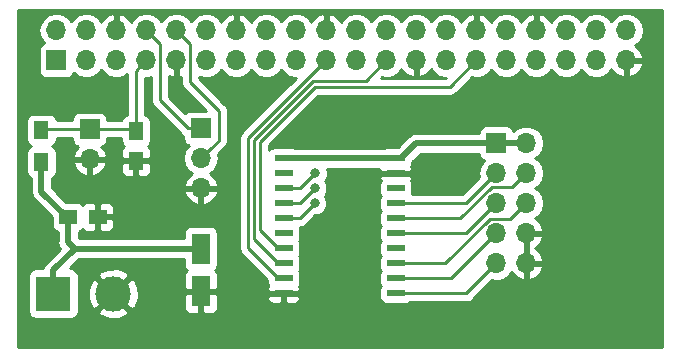
<source format=gbr>
G04 #@! TF.GenerationSoftware,KiCad,Pcbnew,(5.0.0)*
G04 #@! TF.CreationDate,2019-10-07T00:36:16+02:00*
G04 #@! TF.ProjectId,pizerospi,70697A65726F7370692E6B696361645F,rev?*
G04 #@! TF.SameCoordinates,Original*
G04 #@! TF.FileFunction,Copper,L1,Top,Signal*
G04 #@! TF.FilePolarity,Positive*
%FSLAX46Y46*%
G04 Gerber Fmt 4.6, Leading zero omitted, Abs format (unit mm)*
G04 Created by KiCad (PCBNEW (5.0.0)) date 10/07/19 00:36:16*
%MOMM*%
%LPD*%
G01*
G04 APERTURE LIST*
G04 #@! TA.AperFunction,SMDPad,CuDef*
%ADD10R,1.500000X1.250000*%
G04 #@! TD*
G04 #@! TA.AperFunction,ComponentPad*
%ADD11O,1.700000X1.700000*%
G04 #@! TD*
G04 #@! TA.AperFunction,ComponentPad*
%ADD12R,1.700000X1.700000*%
G04 #@! TD*
G04 #@! TA.AperFunction,ComponentPad*
%ADD13C,3.000000*%
G04 #@! TD*
G04 #@! TA.AperFunction,ComponentPad*
%ADD14R,3.000000X3.000000*%
G04 #@! TD*
G04 #@! TA.AperFunction,SMDPad,CuDef*
%ADD15R,1.500000X0.600000*%
G04 #@! TD*
G04 #@! TA.AperFunction,SMDPad,CuDef*
%ADD16R,1.250000X1.500000*%
G04 #@! TD*
G04 #@! TA.AperFunction,SMDPad,CuDef*
%ADD17R,1.300000X1.500000*%
G04 #@! TD*
G04 #@! TA.AperFunction,SMDPad,CuDef*
%ADD18R,1.600000X2.600000*%
G04 #@! TD*
G04 #@! TA.AperFunction,ViaPad*
%ADD19C,0.800000*%
G04 #@! TD*
G04 #@! TA.AperFunction,Conductor*
%ADD20C,0.250000*%
G04 #@! TD*
G04 #@! TA.AperFunction,Conductor*
%ADD21C,0.500000*%
G04 #@! TD*
G04 #@! TA.AperFunction,Conductor*
%ADD22C,0.254000*%
G04 #@! TD*
G04 APERTURE END LIST*
D10*
G04 #@! TO.P,C1,2*
G04 #@! TO.N,PI_GND*
X25250000Y-35000000D03*
G04 #@! TO.P,C1,1*
G04 #@! TO.N,PI_5V*
X22750000Y-35000000D03*
G04 #@! TD*
D11*
G04 #@! TO.P,J1,10*
G04 #@! TO.N,PI_GND*
X61540000Y-38910000D03*
G04 #@! TO.P,J1,9*
G04 #@! TO.N,H75_MOSI*
X59000000Y-38910000D03*
G04 #@! TO.P,J1,8*
G04 #@! TO.N,PI_GND*
X61540000Y-36370000D03*
G04 #@! TO.P,J1,7*
G04 #@! TO.N,H75_SCK*
X59000000Y-36370000D03*
G04 #@! TO.P,J1,6*
G04 #@! TO.N,H75_SS*
X61540000Y-33830000D03*
G04 #@! TO.P,J1,5*
G04 #@! TO.N,H75_CLEAR*
X59000000Y-33830000D03*
G04 #@! TO.P,J1,4*
G04 #@! TO.N,H75_OE*
X61540000Y-31290000D03*
G04 #@! TO.P,J1,3*
G04 #@! TO.N,H75_SHIFT*
X59000000Y-31290000D03*
G04 #@! TO.P,J1,2*
G04 #@! TO.N,PI_5V*
X61540000Y-28750000D03*
D12*
G04 #@! TO.P,J1,1*
X59000000Y-28750000D03*
G04 #@! TD*
D11*
G04 #@! TO.P,J2,40*
G04 #@! TO.N,N/C*
X70010000Y-19210000D03*
G04 #@! TO.P,J2,39*
G04 #@! TO.N,PI_GND*
X70010000Y-21750000D03*
G04 #@! TO.P,J2,38*
G04 #@! TO.N,N/C*
X67470000Y-19210000D03*
G04 #@! TO.P,J2,37*
X67470000Y-21750000D03*
G04 #@! TO.P,J2,36*
X64930000Y-19210000D03*
G04 #@! TO.P,J2,35*
G04 #@! TO.N,PI_GPIO_19*
X64930000Y-21750000D03*
G04 #@! TO.P,J2,34*
G04 #@! TO.N,PI_GND*
X62390000Y-19210000D03*
G04 #@! TO.P,J2,33*
G04 #@! TO.N,PI_GPIO_13*
X62390000Y-21750000D03*
G04 #@! TO.P,J2,32*
G04 #@! TO.N,N/C*
X59850000Y-19210000D03*
G04 #@! TO.P,J2,31*
G04 #@! TO.N,PI_GPIO_06*
X59850000Y-21750000D03*
G04 #@! TO.P,J2,30*
G04 #@! TO.N,PI_GND*
X57310000Y-19210000D03*
G04 #@! TO.P,J2,29*
G04 #@! TO.N,PI_GPIO_05*
X57310000Y-21750000D03*
G04 #@! TO.P,J2,28*
G04 #@! TO.N,N/C*
X54770000Y-19210000D03*
G04 #@! TO.P,J2,27*
X54770000Y-21750000D03*
G04 #@! TO.P,J2,26*
X52230000Y-19210000D03*
G04 #@! TO.P,J2,25*
G04 #@! TO.N,PI_GND*
X52230000Y-21750000D03*
G04 #@! TO.P,J2,24*
G04 #@! TO.N,N/C*
X49690000Y-19210000D03*
G04 #@! TO.P,J2,23*
G04 #@! TO.N,PI_GPIO_11_SCLK*
X49690000Y-21750000D03*
G04 #@! TO.P,J2,22*
G04 #@! TO.N,N/C*
X47150000Y-19210000D03*
G04 #@! TO.P,J2,21*
X47150000Y-21750000D03*
G04 #@! TO.P,J2,20*
G04 #@! TO.N,PI_GND*
X44610000Y-19210000D03*
G04 #@! TO.P,J2,19*
G04 #@! TO.N,PI_GPIO_10_MOSI*
X44610000Y-21750000D03*
G04 #@! TO.P,J2,18*
G04 #@! TO.N,N/C*
X42070000Y-19210000D03*
G04 #@! TO.P,J2,17*
G04 #@! TO.N,PI_3V3*
X42070000Y-21750000D03*
G04 #@! TO.P,J2,16*
G04 #@! TO.N,N/C*
X39530000Y-19210000D03*
G04 #@! TO.P,J2,15*
X39530000Y-21750000D03*
G04 #@! TO.P,J2,14*
G04 #@! TO.N,PI_GND*
X36990000Y-19210000D03*
G04 #@! TO.P,J2,13*
G04 #@! TO.N,N/C*
X36990000Y-21750000D03*
G04 #@! TO.P,J2,12*
X34450000Y-19210000D03*
G04 #@! TO.P,J2,11*
X34450000Y-21750000D03*
G04 #@! TO.P,J2,10*
G04 #@! TO.N,PI_GPIO_15_RXD*
X31910000Y-19210000D03*
G04 #@! TO.P,J2,9*
G04 #@! TO.N,PI_GND*
X31910000Y-21750000D03*
G04 #@! TO.P,J2,8*
G04 #@! TO.N,PI_GPIO_14_TXD*
X29370000Y-19210000D03*
G04 #@! TO.P,J2,7*
G04 #@! TO.N,PI_GPIO_04*
X29370000Y-21750000D03*
G04 #@! TO.P,J2,6*
G04 #@! TO.N,PI_GND*
X26830000Y-19210000D03*
G04 #@! TO.P,J2,5*
G04 #@! TO.N,N/C*
X26830000Y-21750000D03*
G04 #@! TO.P,J2,4*
G04 #@! TO.N,PI_5V*
X24290000Y-19210000D03*
G04 #@! TO.P,J2,3*
G04 #@! TO.N,N/C*
X24290000Y-21750000D03*
G04 #@! TO.P,J2,2*
G04 #@! TO.N,PI_5V*
X21750000Y-19210000D03*
D12*
G04 #@! TO.P,J2,1*
G04 #@! TO.N,PI_3V3*
X21750000Y-21750000D03*
G04 #@! TD*
D13*
G04 #@! TO.P,J3,2*
G04 #@! TO.N,PI_GND*
X26580000Y-41500000D03*
D14*
G04 #@! TO.P,J3,1*
G04 #@! TO.N,PI_5V*
X21500000Y-41500000D03*
G04 #@! TD*
D15*
G04 #@! TO.P,U1,20*
G04 #@! TO.N,PI_5V*
X50500000Y-30035000D03*
G04 #@! TO.P,U1,19*
G04 #@! TO.N,PI_GND*
X50500000Y-31305000D03*
G04 #@! TO.P,U1,18*
G04 #@! TO.N,N/C*
X50500000Y-32575000D03*
G04 #@! TO.P,U1,17*
G04 #@! TO.N,H75_SHIFT*
X50500000Y-33845000D03*
G04 #@! TO.P,U1,16*
G04 #@! TO.N,H75_OE*
X50500000Y-35115000D03*
G04 #@! TO.P,U1,15*
G04 #@! TO.N,H75_CLEAR*
X50500000Y-36385000D03*
G04 #@! TO.P,U1,14*
G04 #@! TO.N,N/C*
X50500000Y-37655000D03*
G04 #@! TO.P,U1,13*
G04 #@! TO.N,H75_SS*
X50500000Y-38925000D03*
G04 #@! TO.P,U1,12*
G04 #@! TO.N,H75_SCK*
X50500000Y-40195000D03*
G04 #@! TO.P,U1,11*
G04 #@! TO.N,H75_MOSI*
X50500000Y-41465000D03*
G04 #@! TO.P,U1,10*
G04 #@! TO.N,PI_GND*
X41000000Y-41465000D03*
G04 #@! TO.P,U1,9*
G04 #@! TO.N,PI_GPIO_10_MOSI*
X41000000Y-40195000D03*
G04 #@! TO.P,U1,8*
G04 #@! TO.N,PI_GPIO_11_SCLK*
X41000000Y-38925000D03*
G04 #@! TO.P,U1,7*
G04 #@! TO.N,PI_GPIO_05*
X41000000Y-37655000D03*
G04 #@! TO.P,U1,1*
G04 #@! TO.N,PI_5V*
X41000000Y-30035000D03*
G04 #@! TO.P,U1,2*
G04 #@! TO.N,N/C*
X41000000Y-31305000D03*
G04 #@! TO.P,U1,3*
G04 #@! TO.N,PI_GPIO_06*
X41000000Y-32575000D03*
G04 #@! TO.P,U1,4*
G04 #@! TO.N,PI_GPIO_13*
X41000000Y-33845000D03*
G04 #@! TO.P,U1,5*
G04 #@! TO.N,PI_GPIO_19*
X41000000Y-35115000D03*
G04 #@! TO.P,U1,6*
G04 #@! TO.N,N/C*
X41000000Y-36385000D03*
G04 #@! TD*
D16*
G04 #@! TO.P,C3,2*
G04 #@! TO.N,PI_GND*
X28500000Y-30250000D03*
G04 #@! TO.P,C3,1*
G04 #@! TO.N,PI_GPIO_04*
X28500000Y-27750000D03*
G04 #@! TD*
D11*
G04 #@! TO.P,J4,2*
G04 #@! TO.N,PI_GND*
X24575001Y-30115001D03*
D12*
G04 #@! TO.P,J4,1*
G04 #@! TO.N,PI_GPIO_04*
X24575001Y-27575001D03*
G04 #@! TD*
D17*
G04 #@! TO.P,R1,2*
G04 #@! TO.N,PI_GPIO_04*
X20500000Y-27650000D03*
G04 #@! TO.P,R1,1*
G04 #@! TO.N,PI_5V*
X20500000Y-30350000D03*
G04 #@! TD*
D11*
G04 #@! TO.P,J5,3*
G04 #@! TO.N,PI_GND*
X34000000Y-32580000D03*
G04 #@! TO.P,J5,2*
G04 #@! TO.N,PI_GPIO_15_RXD*
X34000000Y-30040000D03*
D12*
G04 #@! TO.P,J5,1*
G04 #@! TO.N,PI_GPIO_14_TXD*
X34000000Y-27500000D03*
G04 #@! TD*
D18*
G04 #@! TO.P,C2,2*
G04 #@! TO.N,PI_GND*
X34000000Y-41300000D03*
G04 #@! TO.P,C2,1*
G04 #@! TO.N,PI_5V*
X34000000Y-37700000D03*
G04 #@! TD*
D19*
G04 #@! TO.N,PI_GPIO_19*
X43655000Y-33845000D03*
G04 #@! TO.N,PI_GPIO_13*
X43675000Y-32575000D03*
G04 #@! TO.N,PI_GPIO_06*
X43695000Y-31305000D03*
G04 #@! TD*
D20*
G04 #@! TO.N,PI_GND*
X24710000Y-30250000D02*
X24575001Y-30115001D01*
X28500000Y-30250000D02*
X24710000Y-30250000D01*
D21*
G04 #@! TO.N,PI_5V*
X50500000Y-30035000D02*
X41000000Y-30035000D01*
X41000000Y-30035000D02*
X45035000Y-30035000D01*
X20500000Y-30450000D02*
X20500000Y-30350000D01*
X20500000Y-40500000D02*
X21500000Y-41500000D01*
X52235000Y-28750000D02*
X59000000Y-28750000D01*
X50500000Y-30035000D02*
X50950000Y-30035000D01*
X50950000Y-30035000D02*
X52235000Y-28750000D01*
X59000000Y-28750000D02*
X61540000Y-28750000D01*
X22875000Y-35000000D02*
X22750000Y-35000000D01*
X21500000Y-39500000D02*
X21500000Y-41500000D01*
X23300000Y-37700000D02*
X21500000Y-39500000D01*
X34000000Y-37700000D02*
X23300000Y-37700000D01*
X22750000Y-37150000D02*
X23300000Y-37700000D01*
X22750000Y-35000000D02*
X22750000Y-37150000D01*
X22625000Y-35000000D02*
X22750000Y-35000000D01*
X20500000Y-32875000D02*
X22625000Y-35000000D01*
X20500000Y-30350000D02*
X20500000Y-32875000D01*
D20*
G04 #@! TO.N,H75_MOSI*
X56445000Y-41465000D02*
X59000000Y-38910000D01*
X50500000Y-41465000D02*
X56445000Y-41465000D01*
G04 #@! TO.N,H75_SCK*
X55175000Y-40195000D02*
X59000000Y-36370000D01*
X50500000Y-40195000D02*
X55175000Y-40195000D01*
G04 #@! TO.N,H75_SS*
X60690001Y-34679999D02*
X61540000Y-33830000D01*
X60175001Y-35194999D02*
X60690001Y-34679999D01*
X58435999Y-35194999D02*
X60175001Y-35194999D01*
X54705998Y-38925000D02*
X58435999Y-35194999D01*
X50500000Y-38925000D02*
X54705998Y-38925000D01*
G04 #@! TO.N,H75_CLEAR*
X56445000Y-36385000D02*
X59000000Y-33830000D01*
X50500000Y-36385000D02*
X56445000Y-36385000D01*
G04 #@! TO.N,H75_OE*
X60690001Y-32139999D02*
X61540000Y-31290000D01*
X60364999Y-32465001D02*
X60690001Y-32139999D01*
X58625997Y-32465001D02*
X60364999Y-32465001D01*
X55975998Y-35115000D02*
X58625997Y-32465001D01*
X50500000Y-35115000D02*
X55975998Y-35115000D01*
G04 #@! TO.N,H75_SHIFT*
X56445000Y-33845000D02*
X59000000Y-31290000D01*
X50500000Y-33845000D02*
X56445000Y-33845000D01*
G04 #@! TO.N,PI_GPIO_19*
X42385000Y-35115000D02*
X43655000Y-33845000D01*
X41000000Y-35115000D02*
X42385000Y-35115000D01*
G04 #@! TO.N,PI_GPIO_13*
X42405000Y-33845000D02*
X43675000Y-32575000D01*
X41000000Y-33845000D02*
X42405000Y-33845000D01*
G04 #@! TO.N,PI_GPIO_06*
X42425000Y-32575000D02*
X43695000Y-31305000D01*
X41000000Y-32575000D02*
X42425000Y-32575000D01*
G04 #@! TO.N,PI_GPIO_05*
X40550000Y-37655000D02*
X41000000Y-37655000D01*
X39000000Y-36105000D02*
X40550000Y-37655000D01*
X39000000Y-28632820D02*
X39000000Y-36105000D01*
X43632820Y-24000000D02*
X39000000Y-28632820D01*
X55060000Y-24000000D02*
X43632820Y-24000000D01*
X57310000Y-21750000D02*
X55060000Y-24000000D01*
G04 #@! TO.N,PI_GPIO_11_SCLK*
X40550000Y-38925000D02*
X41000000Y-38925000D01*
X38500000Y-36875000D02*
X40550000Y-38925000D01*
X38500000Y-28496410D02*
X38500000Y-36875000D01*
X43496410Y-23500000D02*
X38500000Y-28496410D01*
X47940000Y-23500000D02*
X43496410Y-23500000D01*
X49690000Y-21750000D02*
X47940000Y-23500000D01*
G04 #@! TO.N,PI_GPIO_10_MOSI*
X40550000Y-40195000D02*
X41000000Y-40195000D01*
X38000000Y-37645000D02*
X40550000Y-40195000D01*
X38000000Y-28360000D02*
X38000000Y-37645000D01*
X44610000Y-21750000D02*
X38000000Y-28360000D01*
G04 #@! TO.N,PI_GPIO_04*
X28325001Y-27575001D02*
X28500000Y-27750000D01*
X24575001Y-27575001D02*
X28325001Y-27575001D01*
X20574999Y-27575001D02*
X20500000Y-27650000D01*
X24575001Y-27575001D02*
X20574999Y-27575001D01*
X28500000Y-22620000D02*
X29370000Y-21750000D01*
X28500000Y-27750000D02*
X28500000Y-22620000D01*
G04 #@! TO.N,PI_GPIO_15_RXD*
X34849999Y-29190001D02*
X34000000Y-30040000D01*
X35500000Y-28540000D02*
X34849999Y-29190001D01*
X35500000Y-26000000D02*
X35500000Y-28540000D01*
X33085001Y-23585001D02*
X35500000Y-26000000D01*
X31910000Y-19210000D02*
X33085001Y-20385001D01*
X33085001Y-20385001D02*
X33085001Y-23585001D01*
G04 #@! TO.N,PI_GPIO_14_TXD*
X30545001Y-20385001D02*
X29370000Y-19210000D01*
X30545001Y-25145001D02*
X30545001Y-20385001D01*
X32900000Y-27500000D02*
X30545001Y-25145001D01*
X34000000Y-27500000D02*
X32900000Y-27500000D01*
G04 #@! TD*
D22*
G04 #@! TO.N,PI_GND*
G36*
X73015000Y-46015000D02*
X18485000Y-46015000D01*
X18485000Y-26900000D01*
X19202560Y-26900000D01*
X19202560Y-28400000D01*
X19251843Y-28647765D01*
X19392191Y-28857809D01*
X19602235Y-28998157D01*
X19611500Y-29000000D01*
X19602235Y-29001843D01*
X19392191Y-29142191D01*
X19251843Y-29352235D01*
X19202560Y-29600000D01*
X19202560Y-31100000D01*
X19251843Y-31347765D01*
X19392191Y-31557809D01*
X19602235Y-31698157D01*
X19615001Y-31700696D01*
X19615001Y-32787835D01*
X19597663Y-32875000D01*
X19666348Y-33220309D01*
X19812576Y-33439154D01*
X19812578Y-33439156D01*
X19861952Y-33513049D01*
X19935845Y-33562423D01*
X21352560Y-34979139D01*
X21352560Y-35625000D01*
X21401843Y-35872765D01*
X21542191Y-36082809D01*
X21752235Y-36223157D01*
X21865001Y-36245587D01*
X21865001Y-37062835D01*
X21847663Y-37150000D01*
X21916348Y-37495309D01*
X22051237Y-37697184D01*
X20935847Y-38812575D01*
X20861951Y-38861951D01*
X20666348Y-39154691D01*
X20626990Y-39352560D01*
X20000000Y-39352560D01*
X19752235Y-39401843D01*
X19542191Y-39542191D01*
X19401843Y-39752235D01*
X19352560Y-40000000D01*
X19352560Y-43000000D01*
X19401843Y-43247765D01*
X19542191Y-43457809D01*
X19752235Y-43598157D01*
X20000000Y-43647440D01*
X23000000Y-43647440D01*
X23247765Y-43598157D01*
X23457809Y-43457809D01*
X23598157Y-43247765D01*
X23644661Y-43013970D01*
X25245635Y-43013970D01*
X25405418Y-43332739D01*
X26196187Y-43642723D01*
X27045387Y-43626497D01*
X27754582Y-43332739D01*
X27914365Y-43013970D01*
X26580000Y-41679605D01*
X25245635Y-43013970D01*
X23644661Y-43013970D01*
X23647440Y-43000000D01*
X23647440Y-41116187D01*
X24437277Y-41116187D01*
X24453503Y-41965387D01*
X24747261Y-42674582D01*
X25066030Y-42834365D01*
X26400395Y-41500000D01*
X26759605Y-41500000D01*
X28093970Y-42834365D01*
X28412739Y-42674582D01*
X28722723Y-41883813D01*
X28717028Y-41585750D01*
X32565000Y-41585750D01*
X32565000Y-42726309D01*
X32661673Y-42959698D01*
X32840301Y-43138327D01*
X33073690Y-43235000D01*
X33714250Y-43235000D01*
X33873000Y-43076250D01*
X33873000Y-41427000D01*
X34127000Y-41427000D01*
X34127000Y-43076250D01*
X34285750Y-43235000D01*
X34926310Y-43235000D01*
X35159699Y-43138327D01*
X35338327Y-42959698D01*
X35435000Y-42726309D01*
X35435000Y-41750750D01*
X39615000Y-41750750D01*
X39615000Y-41891310D01*
X39711673Y-42124699D01*
X39890302Y-42303327D01*
X40123691Y-42400000D01*
X40714250Y-42400000D01*
X40873000Y-42241250D01*
X40873000Y-41592000D01*
X41127000Y-41592000D01*
X41127000Y-42241250D01*
X41285750Y-42400000D01*
X41876309Y-42400000D01*
X42109698Y-42303327D01*
X42288327Y-42124699D01*
X42385000Y-41891310D01*
X42385000Y-41750750D01*
X42226250Y-41592000D01*
X41127000Y-41592000D01*
X40873000Y-41592000D01*
X39773750Y-41592000D01*
X39615000Y-41750750D01*
X35435000Y-41750750D01*
X35435000Y-41585750D01*
X35276250Y-41427000D01*
X34127000Y-41427000D01*
X33873000Y-41427000D01*
X32723750Y-41427000D01*
X32565000Y-41585750D01*
X28717028Y-41585750D01*
X28706497Y-41034613D01*
X28412739Y-40325418D01*
X28093970Y-40165635D01*
X26759605Y-41500000D01*
X26400395Y-41500000D01*
X25066030Y-40165635D01*
X24747261Y-40325418D01*
X24437277Y-41116187D01*
X23647440Y-41116187D01*
X23647440Y-40000000D01*
X23644662Y-39986030D01*
X25245635Y-39986030D01*
X26580000Y-41320395D01*
X27914365Y-39986030D01*
X27754582Y-39667261D01*
X26963813Y-39357277D01*
X26114613Y-39373503D01*
X25405418Y-39667261D01*
X25245635Y-39986030D01*
X23644662Y-39986030D01*
X23598157Y-39752235D01*
X23457809Y-39542191D01*
X23247765Y-39401843D01*
X23000000Y-39352560D01*
X22899018Y-39352560D01*
X23666579Y-38585000D01*
X32552560Y-38585000D01*
X32552560Y-39000000D01*
X32601843Y-39247765D01*
X32742191Y-39457809D01*
X32803320Y-39498654D01*
X32661673Y-39640302D01*
X32565000Y-39873691D01*
X32565000Y-41014250D01*
X32723750Y-41173000D01*
X33873000Y-41173000D01*
X33873000Y-41153000D01*
X34127000Y-41153000D01*
X34127000Y-41173000D01*
X35276250Y-41173000D01*
X35435000Y-41014250D01*
X35435000Y-39873691D01*
X35338327Y-39640302D01*
X35196680Y-39498654D01*
X35257809Y-39457809D01*
X35398157Y-39247765D01*
X35447440Y-39000000D01*
X35447440Y-36400000D01*
X35398157Y-36152235D01*
X35257809Y-35942191D01*
X35047765Y-35801843D01*
X34800000Y-35752560D01*
X33200000Y-35752560D01*
X32952235Y-35801843D01*
X32742191Y-35942191D01*
X32601843Y-36152235D01*
X32552560Y-36400000D01*
X32552560Y-36815000D01*
X23666578Y-36815000D01*
X23635000Y-36783422D01*
X23635000Y-36245587D01*
X23747765Y-36223157D01*
X23957809Y-36082809D01*
X23998654Y-36021680D01*
X24140302Y-36163327D01*
X24373691Y-36260000D01*
X24964250Y-36260000D01*
X25123000Y-36101250D01*
X25123000Y-35127000D01*
X25377000Y-35127000D01*
X25377000Y-36101250D01*
X25535750Y-36260000D01*
X26126309Y-36260000D01*
X26359698Y-36163327D01*
X26538327Y-35984699D01*
X26635000Y-35751310D01*
X26635000Y-35285750D01*
X26476250Y-35127000D01*
X25377000Y-35127000D01*
X25123000Y-35127000D01*
X25103000Y-35127000D01*
X25103000Y-34873000D01*
X25123000Y-34873000D01*
X25123000Y-33898750D01*
X25377000Y-33898750D01*
X25377000Y-34873000D01*
X26476250Y-34873000D01*
X26635000Y-34714250D01*
X26635000Y-34248690D01*
X26538327Y-34015301D01*
X26359698Y-33836673D01*
X26126309Y-33740000D01*
X25535750Y-33740000D01*
X25377000Y-33898750D01*
X25123000Y-33898750D01*
X24964250Y-33740000D01*
X24373691Y-33740000D01*
X24140302Y-33836673D01*
X23998654Y-33978320D01*
X23957809Y-33917191D01*
X23747765Y-33776843D01*
X23500000Y-33727560D01*
X22604139Y-33727560D01*
X21813469Y-32936890D01*
X32558524Y-32936890D01*
X32728355Y-33346924D01*
X33118642Y-33775183D01*
X33643108Y-34021486D01*
X33873000Y-33900819D01*
X33873000Y-32707000D01*
X34127000Y-32707000D01*
X34127000Y-33900819D01*
X34356892Y-34021486D01*
X34881358Y-33775183D01*
X35271645Y-33346924D01*
X35441476Y-32936890D01*
X35320155Y-32707000D01*
X34127000Y-32707000D01*
X33873000Y-32707000D01*
X32679845Y-32707000D01*
X32558524Y-32936890D01*
X21813469Y-32936890D01*
X21385000Y-32508422D01*
X21385000Y-31700696D01*
X21397765Y-31698157D01*
X21607809Y-31557809D01*
X21748157Y-31347765D01*
X21797440Y-31100000D01*
X21797440Y-30471891D01*
X23133525Y-30471891D01*
X23303356Y-30881925D01*
X23693643Y-31310184D01*
X24218109Y-31556487D01*
X24448001Y-31435820D01*
X24448001Y-30242001D01*
X24702001Y-30242001D01*
X24702001Y-31435820D01*
X24931893Y-31556487D01*
X25456359Y-31310184D01*
X25846646Y-30881925D01*
X25990027Y-30535750D01*
X27240000Y-30535750D01*
X27240000Y-31126309D01*
X27336673Y-31359698D01*
X27515301Y-31538327D01*
X27748690Y-31635000D01*
X28214250Y-31635000D01*
X28373000Y-31476250D01*
X28373000Y-30377000D01*
X28627000Y-30377000D01*
X28627000Y-31476250D01*
X28785750Y-31635000D01*
X29251310Y-31635000D01*
X29484699Y-31538327D01*
X29663327Y-31359698D01*
X29760000Y-31126309D01*
X29760000Y-30535750D01*
X29601250Y-30377000D01*
X28627000Y-30377000D01*
X28373000Y-30377000D01*
X27398750Y-30377000D01*
X27240000Y-30535750D01*
X25990027Y-30535750D01*
X26016477Y-30471891D01*
X25895156Y-30242001D01*
X24702001Y-30242001D01*
X24448001Y-30242001D01*
X23254846Y-30242001D01*
X23133525Y-30471891D01*
X21797440Y-30471891D01*
X21797440Y-29600000D01*
X21748157Y-29352235D01*
X21607809Y-29142191D01*
X21397765Y-29001843D01*
X21388500Y-29000000D01*
X21397765Y-28998157D01*
X21607809Y-28857809D01*
X21748157Y-28647765D01*
X21797440Y-28400000D01*
X21797440Y-28335001D01*
X23077561Y-28335001D01*
X23077561Y-28425001D01*
X23126844Y-28672766D01*
X23267192Y-28882810D01*
X23477236Y-29023158D01*
X23580709Y-29043740D01*
X23303356Y-29348077D01*
X23133525Y-29758111D01*
X23254846Y-29988001D01*
X24448001Y-29988001D01*
X24448001Y-29968001D01*
X24702001Y-29968001D01*
X24702001Y-29988001D01*
X25895156Y-29988001D01*
X26016477Y-29758111D01*
X25846646Y-29348077D01*
X25569293Y-29043740D01*
X25672766Y-29023158D01*
X25882810Y-28882810D01*
X26023158Y-28672766D01*
X26072441Y-28425001D01*
X26072441Y-28335001D01*
X27227560Y-28335001D01*
X27227560Y-28500000D01*
X27276843Y-28747765D01*
X27417191Y-28957809D01*
X27478320Y-28998654D01*
X27336673Y-29140302D01*
X27240000Y-29373691D01*
X27240000Y-29964250D01*
X27398750Y-30123000D01*
X28373000Y-30123000D01*
X28373000Y-30103000D01*
X28627000Y-30103000D01*
X28627000Y-30123000D01*
X29601250Y-30123000D01*
X29760000Y-29964250D01*
X29760000Y-29373691D01*
X29663327Y-29140302D01*
X29521680Y-28998654D01*
X29582809Y-28957809D01*
X29723157Y-28747765D01*
X29772440Y-28500000D01*
X29772440Y-27000000D01*
X29723157Y-26752235D01*
X29582809Y-26542191D01*
X29372765Y-26401843D01*
X29260000Y-26379413D01*
X29260000Y-23235000D01*
X29516256Y-23235000D01*
X29785001Y-23181543D01*
X29785001Y-25070154D01*
X29770113Y-25145001D01*
X29785001Y-25219848D01*
X29785001Y-25219852D01*
X29829097Y-25441537D01*
X29997072Y-25692930D01*
X30060531Y-25735332D01*
X32309671Y-27984473D01*
X32352071Y-28047929D01*
X32502560Y-28148483D01*
X32502560Y-28350000D01*
X32551843Y-28597765D01*
X32692191Y-28807809D01*
X32902235Y-28948157D01*
X32947619Y-28957184D01*
X32929375Y-28969375D01*
X32601161Y-29460582D01*
X32485908Y-30040000D01*
X32601161Y-30619418D01*
X32929375Y-31110625D01*
X33248478Y-31323843D01*
X33118642Y-31384817D01*
X32728355Y-31813076D01*
X32558524Y-32223110D01*
X32679845Y-32453000D01*
X33873000Y-32453000D01*
X33873000Y-32433000D01*
X34127000Y-32433000D01*
X34127000Y-32453000D01*
X35320155Y-32453000D01*
X35441476Y-32223110D01*
X35271645Y-31813076D01*
X34881358Y-31384817D01*
X34751522Y-31323843D01*
X35070625Y-31110625D01*
X35398839Y-30619418D01*
X35514092Y-30040000D01*
X35441209Y-29673592D01*
X35984473Y-29130329D01*
X36047929Y-29087929D01*
X36215904Y-28836537D01*
X36260000Y-28614852D01*
X36260000Y-28614848D01*
X36274888Y-28540001D01*
X36260000Y-28465154D01*
X36260000Y-26074846D01*
X36274888Y-25999999D01*
X36260000Y-25925152D01*
X36260000Y-25925148D01*
X36215904Y-25703463D01*
X36166465Y-25629473D01*
X36090329Y-25515526D01*
X36090327Y-25515524D01*
X36047929Y-25452071D01*
X35984476Y-25409673D01*
X33845001Y-23270200D01*
X33845001Y-23131746D01*
X33870582Y-23148839D01*
X34303744Y-23235000D01*
X34596256Y-23235000D01*
X35029418Y-23148839D01*
X35520625Y-22820625D01*
X35720000Y-22522239D01*
X35919375Y-22820625D01*
X36410582Y-23148839D01*
X36843744Y-23235000D01*
X37136256Y-23235000D01*
X37569418Y-23148839D01*
X38060625Y-22820625D01*
X38260000Y-22522239D01*
X38459375Y-22820625D01*
X38950582Y-23148839D01*
X39383744Y-23235000D01*
X39676256Y-23235000D01*
X40109418Y-23148839D01*
X40600625Y-22820625D01*
X40800000Y-22522239D01*
X40999375Y-22820625D01*
X41490582Y-23148839D01*
X41923744Y-23235000D01*
X42050198Y-23235000D01*
X37515530Y-27769669D01*
X37452071Y-27812071D01*
X37284096Y-28063464D01*
X37240000Y-28285149D01*
X37240000Y-28285153D01*
X37225112Y-28360000D01*
X37240000Y-28434847D01*
X37240001Y-37570148D01*
X37225112Y-37645000D01*
X37284097Y-37941537D01*
X37353437Y-38045311D01*
X37452072Y-38192929D01*
X37515528Y-38235329D01*
X39602560Y-40322362D01*
X39602560Y-40495000D01*
X39651843Y-40742765D01*
X39704768Y-40821972D01*
X39615000Y-41038690D01*
X39615000Y-41179250D01*
X39773750Y-41338000D01*
X40873000Y-41338000D01*
X40873000Y-41318000D01*
X41127000Y-41318000D01*
X41127000Y-41338000D01*
X42226250Y-41338000D01*
X42385000Y-41179250D01*
X42385000Y-41038690D01*
X42295232Y-40821972D01*
X42348157Y-40742765D01*
X42397440Y-40495000D01*
X42397440Y-39895000D01*
X42348157Y-39647235D01*
X42289868Y-39560000D01*
X42348157Y-39472765D01*
X42397440Y-39225000D01*
X42397440Y-38625000D01*
X42348157Y-38377235D01*
X42289868Y-38290000D01*
X42348157Y-38202765D01*
X42397440Y-37955000D01*
X42397440Y-37355000D01*
X42348157Y-37107235D01*
X42289868Y-37020000D01*
X42348157Y-36932765D01*
X42397440Y-36685000D01*
X42397440Y-36085000D01*
X42357544Y-35884427D01*
X42385000Y-35889888D01*
X42459847Y-35875000D01*
X42459852Y-35875000D01*
X42681537Y-35830904D01*
X42932929Y-35662929D01*
X42975331Y-35599470D01*
X43694802Y-34880000D01*
X43860874Y-34880000D01*
X44241280Y-34722431D01*
X44532431Y-34431280D01*
X44690000Y-34050874D01*
X44690000Y-33639126D01*
X44532431Y-33258720D01*
X44493711Y-33220000D01*
X44552431Y-33161280D01*
X44710000Y-32780874D01*
X44710000Y-32369126D01*
X44552431Y-31988720D01*
X44513711Y-31950000D01*
X44572431Y-31891280D01*
X44730000Y-31510874D01*
X44730000Y-31099126D01*
X44655804Y-30920000D01*
X49115000Y-30920000D01*
X49115000Y-31019250D01*
X49273750Y-31178000D01*
X50373000Y-31178000D01*
X50373000Y-31158000D01*
X50627000Y-31158000D01*
X50627000Y-31178000D01*
X51726250Y-31178000D01*
X51885000Y-31019250D01*
X51885000Y-30878690D01*
X51795232Y-30661972D01*
X51848157Y-30582765D01*
X51896412Y-30340166D01*
X52601579Y-29635000D01*
X57509522Y-29635000D01*
X57551843Y-29847765D01*
X57692191Y-30057809D01*
X57902235Y-30198157D01*
X57947619Y-30207184D01*
X57929375Y-30219375D01*
X57601161Y-30710582D01*
X57485908Y-31290000D01*
X57558791Y-31656408D01*
X56130199Y-33085000D01*
X51855669Y-33085000D01*
X51897440Y-32875000D01*
X51897440Y-32275000D01*
X51848157Y-32027235D01*
X51795232Y-31948028D01*
X51885000Y-31731310D01*
X51885000Y-31590750D01*
X51726250Y-31432000D01*
X50627000Y-31432000D01*
X50627000Y-31452000D01*
X50373000Y-31452000D01*
X50373000Y-31432000D01*
X49273750Y-31432000D01*
X49115000Y-31590750D01*
X49115000Y-31731310D01*
X49204768Y-31948028D01*
X49151843Y-32027235D01*
X49102560Y-32275000D01*
X49102560Y-32875000D01*
X49151843Y-33122765D01*
X49210132Y-33210000D01*
X49151843Y-33297235D01*
X49102560Y-33545000D01*
X49102560Y-34145000D01*
X49151843Y-34392765D01*
X49210132Y-34480000D01*
X49151843Y-34567235D01*
X49102560Y-34815000D01*
X49102560Y-35415000D01*
X49151843Y-35662765D01*
X49210132Y-35750000D01*
X49151843Y-35837235D01*
X49102560Y-36085000D01*
X49102560Y-36685000D01*
X49151843Y-36932765D01*
X49210132Y-37020000D01*
X49151843Y-37107235D01*
X49102560Y-37355000D01*
X49102560Y-37955000D01*
X49151843Y-38202765D01*
X49210132Y-38290000D01*
X49151843Y-38377235D01*
X49102560Y-38625000D01*
X49102560Y-39225000D01*
X49151843Y-39472765D01*
X49210132Y-39560000D01*
X49151843Y-39647235D01*
X49102560Y-39895000D01*
X49102560Y-40495000D01*
X49151843Y-40742765D01*
X49210132Y-40830000D01*
X49151843Y-40917235D01*
X49102560Y-41165000D01*
X49102560Y-41765000D01*
X49151843Y-42012765D01*
X49292191Y-42222809D01*
X49502235Y-42363157D01*
X49750000Y-42412440D01*
X51250000Y-42412440D01*
X51497765Y-42363157D01*
X51704530Y-42225000D01*
X56370153Y-42225000D01*
X56445000Y-42239888D01*
X56519847Y-42225000D01*
X56519852Y-42225000D01*
X56741537Y-42180904D01*
X56992929Y-42012929D01*
X57035331Y-41949470D01*
X58633592Y-40351209D01*
X58853744Y-40395000D01*
X59146256Y-40395000D01*
X59579418Y-40308839D01*
X60070625Y-39980625D01*
X60271353Y-39680214D01*
X60658642Y-40105183D01*
X61183108Y-40351486D01*
X61413000Y-40230819D01*
X61413000Y-39037000D01*
X61667000Y-39037000D01*
X61667000Y-40230819D01*
X61896892Y-40351486D01*
X62421358Y-40105183D01*
X62811645Y-39676924D01*
X62981476Y-39266890D01*
X62860155Y-39037000D01*
X61667000Y-39037000D01*
X61413000Y-39037000D01*
X61393000Y-39037000D01*
X61393000Y-38783000D01*
X61413000Y-38783000D01*
X61413000Y-36497000D01*
X61667000Y-36497000D01*
X61667000Y-38783000D01*
X62860155Y-38783000D01*
X62981476Y-38553110D01*
X62811645Y-38143076D01*
X62421358Y-37714817D01*
X62262046Y-37640000D01*
X62421358Y-37565183D01*
X62811645Y-37136924D01*
X62981476Y-36726890D01*
X62860155Y-36497000D01*
X61667000Y-36497000D01*
X61413000Y-36497000D01*
X61393000Y-36497000D01*
X61393000Y-36243000D01*
X61413000Y-36243000D01*
X61413000Y-36223000D01*
X61667000Y-36223000D01*
X61667000Y-36243000D01*
X62860155Y-36243000D01*
X62981476Y-36013110D01*
X62811645Y-35603076D01*
X62421358Y-35174817D01*
X62291522Y-35113843D01*
X62610625Y-34900625D01*
X62938839Y-34409418D01*
X63054092Y-33830000D01*
X62938839Y-33250582D01*
X62610625Y-32759375D01*
X62312239Y-32560000D01*
X62610625Y-32360625D01*
X62938839Y-31869418D01*
X63054092Y-31290000D01*
X62938839Y-30710582D01*
X62610625Y-30219375D01*
X62312239Y-30020000D01*
X62610625Y-29820625D01*
X62938839Y-29329418D01*
X63054092Y-28750000D01*
X62938839Y-28170582D01*
X62610625Y-27679375D01*
X62119418Y-27351161D01*
X61686256Y-27265000D01*
X61393744Y-27265000D01*
X60960582Y-27351161D01*
X60469375Y-27679375D01*
X60457184Y-27697619D01*
X60448157Y-27652235D01*
X60307809Y-27442191D01*
X60097765Y-27301843D01*
X59850000Y-27252560D01*
X58150000Y-27252560D01*
X57902235Y-27301843D01*
X57692191Y-27442191D01*
X57551843Y-27652235D01*
X57509522Y-27865000D01*
X52322159Y-27865000D01*
X52234999Y-27847663D01*
X52147839Y-27865000D01*
X52147835Y-27865000D01*
X51889690Y-27916348D01*
X51841600Y-27948481D01*
X51670845Y-28062576D01*
X51670844Y-28062577D01*
X51596951Y-28111951D01*
X51547577Y-28185844D01*
X50645862Y-29087560D01*
X49750000Y-29087560D01*
X49502235Y-29136843D01*
X49482544Y-29150000D01*
X42017456Y-29150000D01*
X41997765Y-29136843D01*
X41750000Y-29087560D01*
X40250000Y-29087560D01*
X40002235Y-29136843D01*
X39792191Y-29277191D01*
X39760000Y-29325368D01*
X39760000Y-28947621D01*
X43947622Y-24760000D01*
X54985153Y-24760000D01*
X55060000Y-24774888D01*
X55134847Y-24760000D01*
X55134852Y-24760000D01*
X55356537Y-24715904D01*
X55607929Y-24547929D01*
X55650331Y-24484470D01*
X56943592Y-23191209D01*
X57163744Y-23235000D01*
X57456256Y-23235000D01*
X57889418Y-23148839D01*
X58380625Y-22820625D01*
X58580000Y-22522239D01*
X58779375Y-22820625D01*
X59270582Y-23148839D01*
X59703744Y-23235000D01*
X59996256Y-23235000D01*
X60429418Y-23148839D01*
X60920625Y-22820625D01*
X61120000Y-22522239D01*
X61319375Y-22820625D01*
X61810582Y-23148839D01*
X62243744Y-23235000D01*
X62536256Y-23235000D01*
X62969418Y-23148839D01*
X63460625Y-22820625D01*
X63660000Y-22522239D01*
X63859375Y-22820625D01*
X64350582Y-23148839D01*
X64783744Y-23235000D01*
X65076256Y-23235000D01*
X65509418Y-23148839D01*
X66000625Y-22820625D01*
X66200000Y-22522239D01*
X66399375Y-22820625D01*
X66890582Y-23148839D01*
X67323744Y-23235000D01*
X67616256Y-23235000D01*
X68049418Y-23148839D01*
X68540625Y-22820625D01*
X68753843Y-22501522D01*
X68814817Y-22631358D01*
X69243076Y-23021645D01*
X69653110Y-23191476D01*
X69883000Y-23070155D01*
X69883000Y-21877000D01*
X70137000Y-21877000D01*
X70137000Y-23070155D01*
X70366890Y-23191476D01*
X70776924Y-23021645D01*
X71205183Y-22631358D01*
X71451486Y-22106892D01*
X71330819Y-21877000D01*
X70137000Y-21877000D01*
X69883000Y-21877000D01*
X69863000Y-21877000D01*
X69863000Y-21623000D01*
X69883000Y-21623000D01*
X69883000Y-21603000D01*
X70137000Y-21603000D01*
X70137000Y-21623000D01*
X71330819Y-21623000D01*
X71451486Y-21393108D01*
X71205183Y-20868642D01*
X70780214Y-20481353D01*
X71080625Y-20280625D01*
X71408839Y-19789418D01*
X71524092Y-19210000D01*
X71408839Y-18630582D01*
X71080625Y-18139375D01*
X70589418Y-17811161D01*
X70156256Y-17725000D01*
X69863744Y-17725000D01*
X69430582Y-17811161D01*
X68939375Y-18139375D01*
X68740000Y-18437761D01*
X68540625Y-18139375D01*
X68049418Y-17811161D01*
X67616256Y-17725000D01*
X67323744Y-17725000D01*
X66890582Y-17811161D01*
X66399375Y-18139375D01*
X66200000Y-18437761D01*
X66000625Y-18139375D01*
X65509418Y-17811161D01*
X65076256Y-17725000D01*
X64783744Y-17725000D01*
X64350582Y-17811161D01*
X63859375Y-18139375D01*
X63646157Y-18458478D01*
X63585183Y-18328642D01*
X63156924Y-17938355D01*
X62746890Y-17768524D01*
X62517000Y-17889845D01*
X62517000Y-19083000D01*
X62537000Y-19083000D01*
X62537000Y-19337000D01*
X62517000Y-19337000D01*
X62517000Y-19357000D01*
X62263000Y-19357000D01*
X62263000Y-19337000D01*
X62243000Y-19337000D01*
X62243000Y-19083000D01*
X62263000Y-19083000D01*
X62263000Y-17889845D01*
X62033110Y-17768524D01*
X61623076Y-17938355D01*
X61194817Y-18328642D01*
X61133843Y-18458478D01*
X60920625Y-18139375D01*
X60429418Y-17811161D01*
X59996256Y-17725000D01*
X59703744Y-17725000D01*
X59270582Y-17811161D01*
X58779375Y-18139375D01*
X58566157Y-18458478D01*
X58505183Y-18328642D01*
X58076924Y-17938355D01*
X57666890Y-17768524D01*
X57437000Y-17889845D01*
X57437000Y-19083000D01*
X57457000Y-19083000D01*
X57457000Y-19337000D01*
X57437000Y-19337000D01*
X57437000Y-19357000D01*
X57183000Y-19357000D01*
X57183000Y-19337000D01*
X57163000Y-19337000D01*
X57163000Y-19083000D01*
X57183000Y-19083000D01*
X57183000Y-17889845D01*
X56953110Y-17768524D01*
X56543076Y-17938355D01*
X56114817Y-18328642D01*
X56053843Y-18458478D01*
X55840625Y-18139375D01*
X55349418Y-17811161D01*
X54916256Y-17725000D01*
X54623744Y-17725000D01*
X54190582Y-17811161D01*
X53699375Y-18139375D01*
X53500000Y-18437761D01*
X53300625Y-18139375D01*
X52809418Y-17811161D01*
X52376256Y-17725000D01*
X52083744Y-17725000D01*
X51650582Y-17811161D01*
X51159375Y-18139375D01*
X50960000Y-18437761D01*
X50760625Y-18139375D01*
X50269418Y-17811161D01*
X49836256Y-17725000D01*
X49543744Y-17725000D01*
X49110582Y-17811161D01*
X48619375Y-18139375D01*
X48420000Y-18437761D01*
X48220625Y-18139375D01*
X47729418Y-17811161D01*
X47296256Y-17725000D01*
X47003744Y-17725000D01*
X46570582Y-17811161D01*
X46079375Y-18139375D01*
X45866157Y-18458478D01*
X45805183Y-18328642D01*
X45376924Y-17938355D01*
X44966890Y-17768524D01*
X44737000Y-17889845D01*
X44737000Y-19083000D01*
X44757000Y-19083000D01*
X44757000Y-19337000D01*
X44737000Y-19337000D01*
X44737000Y-19357000D01*
X44483000Y-19357000D01*
X44483000Y-19337000D01*
X44463000Y-19337000D01*
X44463000Y-19083000D01*
X44483000Y-19083000D01*
X44483000Y-17889845D01*
X44253110Y-17768524D01*
X43843076Y-17938355D01*
X43414817Y-18328642D01*
X43353843Y-18458478D01*
X43140625Y-18139375D01*
X42649418Y-17811161D01*
X42216256Y-17725000D01*
X41923744Y-17725000D01*
X41490582Y-17811161D01*
X40999375Y-18139375D01*
X40800000Y-18437761D01*
X40600625Y-18139375D01*
X40109418Y-17811161D01*
X39676256Y-17725000D01*
X39383744Y-17725000D01*
X38950582Y-17811161D01*
X38459375Y-18139375D01*
X38246157Y-18458478D01*
X38185183Y-18328642D01*
X37756924Y-17938355D01*
X37346890Y-17768524D01*
X37117000Y-17889845D01*
X37117000Y-19083000D01*
X37137000Y-19083000D01*
X37137000Y-19337000D01*
X37117000Y-19337000D01*
X37117000Y-19357000D01*
X36863000Y-19357000D01*
X36863000Y-19337000D01*
X36843000Y-19337000D01*
X36843000Y-19083000D01*
X36863000Y-19083000D01*
X36863000Y-17889845D01*
X36633110Y-17768524D01*
X36223076Y-17938355D01*
X35794817Y-18328642D01*
X35733843Y-18458478D01*
X35520625Y-18139375D01*
X35029418Y-17811161D01*
X34596256Y-17725000D01*
X34303744Y-17725000D01*
X33870582Y-17811161D01*
X33379375Y-18139375D01*
X33180000Y-18437761D01*
X32980625Y-18139375D01*
X32489418Y-17811161D01*
X32056256Y-17725000D01*
X31763744Y-17725000D01*
X31330582Y-17811161D01*
X30839375Y-18139375D01*
X30640000Y-18437761D01*
X30440625Y-18139375D01*
X29949418Y-17811161D01*
X29516256Y-17725000D01*
X29223744Y-17725000D01*
X28790582Y-17811161D01*
X28299375Y-18139375D01*
X28086157Y-18458478D01*
X28025183Y-18328642D01*
X27596924Y-17938355D01*
X27186890Y-17768524D01*
X26957000Y-17889845D01*
X26957000Y-19083000D01*
X26977000Y-19083000D01*
X26977000Y-19337000D01*
X26957000Y-19337000D01*
X26957000Y-19357000D01*
X26703000Y-19357000D01*
X26703000Y-19337000D01*
X26683000Y-19337000D01*
X26683000Y-19083000D01*
X26703000Y-19083000D01*
X26703000Y-17889845D01*
X26473110Y-17768524D01*
X26063076Y-17938355D01*
X25634817Y-18328642D01*
X25573843Y-18458478D01*
X25360625Y-18139375D01*
X24869418Y-17811161D01*
X24436256Y-17725000D01*
X24143744Y-17725000D01*
X23710582Y-17811161D01*
X23219375Y-18139375D01*
X23020000Y-18437761D01*
X22820625Y-18139375D01*
X22329418Y-17811161D01*
X21896256Y-17725000D01*
X21603744Y-17725000D01*
X21170582Y-17811161D01*
X20679375Y-18139375D01*
X20351161Y-18630582D01*
X20235908Y-19210000D01*
X20351161Y-19789418D01*
X20679375Y-20280625D01*
X20697619Y-20292816D01*
X20652235Y-20301843D01*
X20442191Y-20442191D01*
X20301843Y-20652235D01*
X20252560Y-20900000D01*
X20252560Y-22600000D01*
X20301843Y-22847765D01*
X20442191Y-23057809D01*
X20652235Y-23198157D01*
X20900000Y-23247440D01*
X22600000Y-23247440D01*
X22847765Y-23198157D01*
X23057809Y-23057809D01*
X23198157Y-22847765D01*
X23207184Y-22802381D01*
X23219375Y-22820625D01*
X23710582Y-23148839D01*
X24143744Y-23235000D01*
X24436256Y-23235000D01*
X24869418Y-23148839D01*
X25360625Y-22820625D01*
X25560000Y-22522239D01*
X25759375Y-22820625D01*
X26250582Y-23148839D01*
X26683744Y-23235000D01*
X26976256Y-23235000D01*
X27409418Y-23148839D01*
X27740001Y-22927951D01*
X27740000Y-26379413D01*
X27627235Y-26401843D01*
X27417191Y-26542191D01*
X27276843Y-26752235D01*
X27264358Y-26815001D01*
X26072441Y-26815001D01*
X26072441Y-26725001D01*
X26023158Y-26477236D01*
X25882810Y-26267192D01*
X25672766Y-26126844D01*
X25425001Y-26077561D01*
X23725001Y-26077561D01*
X23477236Y-26126844D01*
X23267192Y-26267192D01*
X23126844Y-26477236D01*
X23077561Y-26725001D01*
X23077561Y-26815001D01*
X21780533Y-26815001D01*
X21748157Y-26652235D01*
X21607809Y-26442191D01*
X21397765Y-26301843D01*
X21150000Y-26252560D01*
X19850000Y-26252560D01*
X19602235Y-26301843D01*
X19392191Y-26442191D01*
X19251843Y-26652235D01*
X19202560Y-26900000D01*
X18485000Y-26900000D01*
X18485000Y-17485000D01*
X73015001Y-17485000D01*
X73015000Y-46015000D01*
X73015000Y-46015000D01*
G37*
X73015000Y-46015000D02*
X18485000Y-46015000D01*
X18485000Y-26900000D01*
X19202560Y-26900000D01*
X19202560Y-28400000D01*
X19251843Y-28647765D01*
X19392191Y-28857809D01*
X19602235Y-28998157D01*
X19611500Y-29000000D01*
X19602235Y-29001843D01*
X19392191Y-29142191D01*
X19251843Y-29352235D01*
X19202560Y-29600000D01*
X19202560Y-31100000D01*
X19251843Y-31347765D01*
X19392191Y-31557809D01*
X19602235Y-31698157D01*
X19615001Y-31700696D01*
X19615001Y-32787835D01*
X19597663Y-32875000D01*
X19666348Y-33220309D01*
X19812576Y-33439154D01*
X19812578Y-33439156D01*
X19861952Y-33513049D01*
X19935845Y-33562423D01*
X21352560Y-34979139D01*
X21352560Y-35625000D01*
X21401843Y-35872765D01*
X21542191Y-36082809D01*
X21752235Y-36223157D01*
X21865001Y-36245587D01*
X21865001Y-37062835D01*
X21847663Y-37150000D01*
X21916348Y-37495309D01*
X22051237Y-37697184D01*
X20935847Y-38812575D01*
X20861951Y-38861951D01*
X20666348Y-39154691D01*
X20626990Y-39352560D01*
X20000000Y-39352560D01*
X19752235Y-39401843D01*
X19542191Y-39542191D01*
X19401843Y-39752235D01*
X19352560Y-40000000D01*
X19352560Y-43000000D01*
X19401843Y-43247765D01*
X19542191Y-43457809D01*
X19752235Y-43598157D01*
X20000000Y-43647440D01*
X23000000Y-43647440D01*
X23247765Y-43598157D01*
X23457809Y-43457809D01*
X23598157Y-43247765D01*
X23644661Y-43013970D01*
X25245635Y-43013970D01*
X25405418Y-43332739D01*
X26196187Y-43642723D01*
X27045387Y-43626497D01*
X27754582Y-43332739D01*
X27914365Y-43013970D01*
X26580000Y-41679605D01*
X25245635Y-43013970D01*
X23644661Y-43013970D01*
X23647440Y-43000000D01*
X23647440Y-41116187D01*
X24437277Y-41116187D01*
X24453503Y-41965387D01*
X24747261Y-42674582D01*
X25066030Y-42834365D01*
X26400395Y-41500000D01*
X26759605Y-41500000D01*
X28093970Y-42834365D01*
X28412739Y-42674582D01*
X28722723Y-41883813D01*
X28717028Y-41585750D01*
X32565000Y-41585750D01*
X32565000Y-42726309D01*
X32661673Y-42959698D01*
X32840301Y-43138327D01*
X33073690Y-43235000D01*
X33714250Y-43235000D01*
X33873000Y-43076250D01*
X33873000Y-41427000D01*
X34127000Y-41427000D01*
X34127000Y-43076250D01*
X34285750Y-43235000D01*
X34926310Y-43235000D01*
X35159699Y-43138327D01*
X35338327Y-42959698D01*
X35435000Y-42726309D01*
X35435000Y-41750750D01*
X39615000Y-41750750D01*
X39615000Y-41891310D01*
X39711673Y-42124699D01*
X39890302Y-42303327D01*
X40123691Y-42400000D01*
X40714250Y-42400000D01*
X40873000Y-42241250D01*
X40873000Y-41592000D01*
X41127000Y-41592000D01*
X41127000Y-42241250D01*
X41285750Y-42400000D01*
X41876309Y-42400000D01*
X42109698Y-42303327D01*
X42288327Y-42124699D01*
X42385000Y-41891310D01*
X42385000Y-41750750D01*
X42226250Y-41592000D01*
X41127000Y-41592000D01*
X40873000Y-41592000D01*
X39773750Y-41592000D01*
X39615000Y-41750750D01*
X35435000Y-41750750D01*
X35435000Y-41585750D01*
X35276250Y-41427000D01*
X34127000Y-41427000D01*
X33873000Y-41427000D01*
X32723750Y-41427000D01*
X32565000Y-41585750D01*
X28717028Y-41585750D01*
X28706497Y-41034613D01*
X28412739Y-40325418D01*
X28093970Y-40165635D01*
X26759605Y-41500000D01*
X26400395Y-41500000D01*
X25066030Y-40165635D01*
X24747261Y-40325418D01*
X24437277Y-41116187D01*
X23647440Y-41116187D01*
X23647440Y-40000000D01*
X23644662Y-39986030D01*
X25245635Y-39986030D01*
X26580000Y-41320395D01*
X27914365Y-39986030D01*
X27754582Y-39667261D01*
X26963813Y-39357277D01*
X26114613Y-39373503D01*
X25405418Y-39667261D01*
X25245635Y-39986030D01*
X23644662Y-39986030D01*
X23598157Y-39752235D01*
X23457809Y-39542191D01*
X23247765Y-39401843D01*
X23000000Y-39352560D01*
X22899018Y-39352560D01*
X23666579Y-38585000D01*
X32552560Y-38585000D01*
X32552560Y-39000000D01*
X32601843Y-39247765D01*
X32742191Y-39457809D01*
X32803320Y-39498654D01*
X32661673Y-39640302D01*
X32565000Y-39873691D01*
X32565000Y-41014250D01*
X32723750Y-41173000D01*
X33873000Y-41173000D01*
X33873000Y-41153000D01*
X34127000Y-41153000D01*
X34127000Y-41173000D01*
X35276250Y-41173000D01*
X35435000Y-41014250D01*
X35435000Y-39873691D01*
X35338327Y-39640302D01*
X35196680Y-39498654D01*
X35257809Y-39457809D01*
X35398157Y-39247765D01*
X35447440Y-39000000D01*
X35447440Y-36400000D01*
X35398157Y-36152235D01*
X35257809Y-35942191D01*
X35047765Y-35801843D01*
X34800000Y-35752560D01*
X33200000Y-35752560D01*
X32952235Y-35801843D01*
X32742191Y-35942191D01*
X32601843Y-36152235D01*
X32552560Y-36400000D01*
X32552560Y-36815000D01*
X23666578Y-36815000D01*
X23635000Y-36783422D01*
X23635000Y-36245587D01*
X23747765Y-36223157D01*
X23957809Y-36082809D01*
X23998654Y-36021680D01*
X24140302Y-36163327D01*
X24373691Y-36260000D01*
X24964250Y-36260000D01*
X25123000Y-36101250D01*
X25123000Y-35127000D01*
X25377000Y-35127000D01*
X25377000Y-36101250D01*
X25535750Y-36260000D01*
X26126309Y-36260000D01*
X26359698Y-36163327D01*
X26538327Y-35984699D01*
X26635000Y-35751310D01*
X26635000Y-35285750D01*
X26476250Y-35127000D01*
X25377000Y-35127000D01*
X25123000Y-35127000D01*
X25103000Y-35127000D01*
X25103000Y-34873000D01*
X25123000Y-34873000D01*
X25123000Y-33898750D01*
X25377000Y-33898750D01*
X25377000Y-34873000D01*
X26476250Y-34873000D01*
X26635000Y-34714250D01*
X26635000Y-34248690D01*
X26538327Y-34015301D01*
X26359698Y-33836673D01*
X26126309Y-33740000D01*
X25535750Y-33740000D01*
X25377000Y-33898750D01*
X25123000Y-33898750D01*
X24964250Y-33740000D01*
X24373691Y-33740000D01*
X24140302Y-33836673D01*
X23998654Y-33978320D01*
X23957809Y-33917191D01*
X23747765Y-33776843D01*
X23500000Y-33727560D01*
X22604139Y-33727560D01*
X21813469Y-32936890D01*
X32558524Y-32936890D01*
X32728355Y-33346924D01*
X33118642Y-33775183D01*
X33643108Y-34021486D01*
X33873000Y-33900819D01*
X33873000Y-32707000D01*
X34127000Y-32707000D01*
X34127000Y-33900819D01*
X34356892Y-34021486D01*
X34881358Y-33775183D01*
X35271645Y-33346924D01*
X35441476Y-32936890D01*
X35320155Y-32707000D01*
X34127000Y-32707000D01*
X33873000Y-32707000D01*
X32679845Y-32707000D01*
X32558524Y-32936890D01*
X21813469Y-32936890D01*
X21385000Y-32508422D01*
X21385000Y-31700696D01*
X21397765Y-31698157D01*
X21607809Y-31557809D01*
X21748157Y-31347765D01*
X21797440Y-31100000D01*
X21797440Y-30471891D01*
X23133525Y-30471891D01*
X23303356Y-30881925D01*
X23693643Y-31310184D01*
X24218109Y-31556487D01*
X24448001Y-31435820D01*
X24448001Y-30242001D01*
X24702001Y-30242001D01*
X24702001Y-31435820D01*
X24931893Y-31556487D01*
X25456359Y-31310184D01*
X25846646Y-30881925D01*
X25990027Y-30535750D01*
X27240000Y-30535750D01*
X27240000Y-31126309D01*
X27336673Y-31359698D01*
X27515301Y-31538327D01*
X27748690Y-31635000D01*
X28214250Y-31635000D01*
X28373000Y-31476250D01*
X28373000Y-30377000D01*
X28627000Y-30377000D01*
X28627000Y-31476250D01*
X28785750Y-31635000D01*
X29251310Y-31635000D01*
X29484699Y-31538327D01*
X29663327Y-31359698D01*
X29760000Y-31126309D01*
X29760000Y-30535750D01*
X29601250Y-30377000D01*
X28627000Y-30377000D01*
X28373000Y-30377000D01*
X27398750Y-30377000D01*
X27240000Y-30535750D01*
X25990027Y-30535750D01*
X26016477Y-30471891D01*
X25895156Y-30242001D01*
X24702001Y-30242001D01*
X24448001Y-30242001D01*
X23254846Y-30242001D01*
X23133525Y-30471891D01*
X21797440Y-30471891D01*
X21797440Y-29600000D01*
X21748157Y-29352235D01*
X21607809Y-29142191D01*
X21397765Y-29001843D01*
X21388500Y-29000000D01*
X21397765Y-28998157D01*
X21607809Y-28857809D01*
X21748157Y-28647765D01*
X21797440Y-28400000D01*
X21797440Y-28335001D01*
X23077561Y-28335001D01*
X23077561Y-28425001D01*
X23126844Y-28672766D01*
X23267192Y-28882810D01*
X23477236Y-29023158D01*
X23580709Y-29043740D01*
X23303356Y-29348077D01*
X23133525Y-29758111D01*
X23254846Y-29988001D01*
X24448001Y-29988001D01*
X24448001Y-29968001D01*
X24702001Y-29968001D01*
X24702001Y-29988001D01*
X25895156Y-29988001D01*
X26016477Y-29758111D01*
X25846646Y-29348077D01*
X25569293Y-29043740D01*
X25672766Y-29023158D01*
X25882810Y-28882810D01*
X26023158Y-28672766D01*
X26072441Y-28425001D01*
X26072441Y-28335001D01*
X27227560Y-28335001D01*
X27227560Y-28500000D01*
X27276843Y-28747765D01*
X27417191Y-28957809D01*
X27478320Y-28998654D01*
X27336673Y-29140302D01*
X27240000Y-29373691D01*
X27240000Y-29964250D01*
X27398750Y-30123000D01*
X28373000Y-30123000D01*
X28373000Y-30103000D01*
X28627000Y-30103000D01*
X28627000Y-30123000D01*
X29601250Y-30123000D01*
X29760000Y-29964250D01*
X29760000Y-29373691D01*
X29663327Y-29140302D01*
X29521680Y-28998654D01*
X29582809Y-28957809D01*
X29723157Y-28747765D01*
X29772440Y-28500000D01*
X29772440Y-27000000D01*
X29723157Y-26752235D01*
X29582809Y-26542191D01*
X29372765Y-26401843D01*
X29260000Y-26379413D01*
X29260000Y-23235000D01*
X29516256Y-23235000D01*
X29785001Y-23181543D01*
X29785001Y-25070154D01*
X29770113Y-25145001D01*
X29785001Y-25219848D01*
X29785001Y-25219852D01*
X29829097Y-25441537D01*
X29997072Y-25692930D01*
X30060531Y-25735332D01*
X32309671Y-27984473D01*
X32352071Y-28047929D01*
X32502560Y-28148483D01*
X32502560Y-28350000D01*
X32551843Y-28597765D01*
X32692191Y-28807809D01*
X32902235Y-28948157D01*
X32947619Y-28957184D01*
X32929375Y-28969375D01*
X32601161Y-29460582D01*
X32485908Y-30040000D01*
X32601161Y-30619418D01*
X32929375Y-31110625D01*
X33248478Y-31323843D01*
X33118642Y-31384817D01*
X32728355Y-31813076D01*
X32558524Y-32223110D01*
X32679845Y-32453000D01*
X33873000Y-32453000D01*
X33873000Y-32433000D01*
X34127000Y-32433000D01*
X34127000Y-32453000D01*
X35320155Y-32453000D01*
X35441476Y-32223110D01*
X35271645Y-31813076D01*
X34881358Y-31384817D01*
X34751522Y-31323843D01*
X35070625Y-31110625D01*
X35398839Y-30619418D01*
X35514092Y-30040000D01*
X35441209Y-29673592D01*
X35984473Y-29130329D01*
X36047929Y-29087929D01*
X36215904Y-28836537D01*
X36260000Y-28614852D01*
X36260000Y-28614848D01*
X36274888Y-28540001D01*
X36260000Y-28465154D01*
X36260000Y-26074846D01*
X36274888Y-25999999D01*
X36260000Y-25925152D01*
X36260000Y-25925148D01*
X36215904Y-25703463D01*
X36166465Y-25629473D01*
X36090329Y-25515526D01*
X36090327Y-25515524D01*
X36047929Y-25452071D01*
X35984476Y-25409673D01*
X33845001Y-23270200D01*
X33845001Y-23131746D01*
X33870582Y-23148839D01*
X34303744Y-23235000D01*
X34596256Y-23235000D01*
X35029418Y-23148839D01*
X35520625Y-22820625D01*
X35720000Y-22522239D01*
X35919375Y-22820625D01*
X36410582Y-23148839D01*
X36843744Y-23235000D01*
X37136256Y-23235000D01*
X37569418Y-23148839D01*
X38060625Y-22820625D01*
X38260000Y-22522239D01*
X38459375Y-22820625D01*
X38950582Y-23148839D01*
X39383744Y-23235000D01*
X39676256Y-23235000D01*
X40109418Y-23148839D01*
X40600625Y-22820625D01*
X40800000Y-22522239D01*
X40999375Y-22820625D01*
X41490582Y-23148839D01*
X41923744Y-23235000D01*
X42050198Y-23235000D01*
X37515530Y-27769669D01*
X37452071Y-27812071D01*
X37284096Y-28063464D01*
X37240000Y-28285149D01*
X37240000Y-28285153D01*
X37225112Y-28360000D01*
X37240000Y-28434847D01*
X37240001Y-37570148D01*
X37225112Y-37645000D01*
X37284097Y-37941537D01*
X37353437Y-38045311D01*
X37452072Y-38192929D01*
X37515528Y-38235329D01*
X39602560Y-40322362D01*
X39602560Y-40495000D01*
X39651843Y-40742765D01*
X39704768Y-40821972D01*
X39615000Y-41038690D01*
X39615000Y-41179250D01*
X39773750Y-41338000D01*
X40873000Y-41338000D01*
X40873000Y-41318000D01*
X41127000Y-41318000D01*
X41127000Y-41338000D01*
X42226250Y-41338000D01*
X42385000Y-41179250D01*
X42385000Y-41038690D01*
X42295232Y-40821972D01*
X42348157Y-40742765D01*
X42397440Y-40495000D01*
X42397440Y-39895000D01*
X42348157Y-39647235D01*
X42289868Y-39560000D01*
X42348157Y-39472765D01*
X42397440Y-39225000D01*
X42397440Y-38625000D01*
X42348157Y-38377235D01*
X42289868Y-38290000D01*
X42348157Y-38202765D01*
X42397440Y-37955000D01*
X42397440Y-37355000D01*
X42348157Y-37107235D01*
X42289868Y-37020000D01*
X42348157Y-36932765D01*
X42397440Y-36685000D01*
X42397440Y-36085000D01*
X42357544Y-35884427D01*
X42385000Y-35889888D01*
X42459847Y-35875000D01*
X42459852Y-35875000D01*
X42681537Y-35830904D01*
X42932929Y-35662929D01*
X42975331Y-35599470D01*
X43694802Y-34880000D01*
X43860874Y-34880000D01*
X44241280Y-34722431D01*
X44532431Y-34431280D01*
X44690000Y-34050874D01*
X44690000Y-33639126D01*
X44532431Y-33258720D01*
X44493711Y-33220000D01*
X44552431Y-33161280D01*
X44710000Y-32780874D01*
X44710000Y-32369126D01*
X44552431Y-31988720D01*
X44513711Y-31950000D01*
X44572431Y-31891280D01*
X44730000Y-31510874D01*
X44730000Y-31099126D01*
X44655804Y-30920000D01*
X49115000Y-30920000D01*
X49115000Y-31019250D01*
X49273750Y-31178000D01*
X50373000Y-31178000D01*
X50373000Y-31158000D01*
X50627000Y-31158000D01*
X50627000Y-31178000D01*
X51726250Y-31178000D01*
X51885000Y-31019250D01*
X51885000Y-30878690D01*
X51795232Y-30661972D01*
X51848157Y-30582765D01*
X51896412Y-30340166D01*
X52601579Y-29635000D01*
X57509522Y-29635000D01*
X57551843Y-29847765D01*
X57692191Y-30057809D01*
X57902235Y-30198157D01*
X57947619Y-30207184D01*
X57929375Y-30219375D01*
X57601161Y-30710582D01*
X57485908Y-31290000D01*
X57558791Y-31656408D01*
X56130199Y-33085000D01*
X51855669Y-33085000D01*
X51897440Y-32875000D01*
X51897440Y-32275000D01*
X51848157Y-32027235D01*
X51795232Y-31948028D01*
X51885000Y-31731310D01*
X51885000Y-31590750D01*
X51726250Y-31432000D01*
X50627000Y-31432000D01*
X50627000Y-31452000D01*
X50373000Y-31452000D01*
X50373000Y-31432000D01*
X49273750Y-31432000D01*
X49115000Y-31590750D01*
X49115000Y-31731310D01*
X49204768Y-31948028D01*
X49151843Y-32027235D01*
X49102560Y-32275000D01*
X49102560Y-32875000D01*
X49151843Y-33122765D01*
X49210132Y-33210000D01*
X49151843Y-33297235D01*
X49102560Y-33545000D01*
X49102560Y-34145000D01*
X49151843Y-34392765D01*
X49210132Y-34480000D01*
X49151843Y-34567235D01*
X49102560Y-34815000D01*
X49102560Y-35415000D01*
X49151843Y-35662765D01*
X49210132Y-35750000D01*
X49151843Y-35837235D01*
X49102560Y-36085000D01*
X49102560Y-36685000D01*
X49151843Y-36932765D01*
X49210132Y-37020000D01*
X49151843Y-37107235D01*
X49102560Y-37355000D01*
X49102560Y-37955000D01*
X49151843Y-38202765D01*
X49210132Y-38290000D01*
X49151843Y-38377235D01*
X49102560Y-38625000D01*
X49102560Y-39225000D01*
X49151843Y-39472765D01*
X49210132Y-39560000D01*
X49151843Y-39647235D01*
X49102560Y-39895000D01*
X49102560Y-40495000D01*
X49151843Y-40742765D01*
X49210132Y-40830000D01*
X49151843Y-40917235D01*
X49102560Y-41165000D01*
X49102560Y-41765000D01*
X49151843Y-42012765D01*
X49292191Y-42222809D01*
X49502235Y-42363157D01*
X49750000Y-42412440D01*
X51250000Y-42412440D01*
X51497765Y-42363157D01*
X51704530Y-42225000D01*
X56370153Y-42225000D01*
X56445000Y-42239888D01*
X56519847Y-42225000D01*
X56519852Y-42225000D01*
X56741537Y-42180904D01*
X56992929Y-42012929D01*
X57035331Y-41949470D01*
X58633592Y-40351209D01*
X58853744Y-40395000D01*
X59146256Y-40395000D01*
X59579418Y-40308839D01*
X60070625Y-39980625D01*
X60271353Y-39680214D01*
X60658642Y-40105183D01*
X61183108Y-40351486D01*
X61413000Y-40230819D01*
X61413000Y-39037000D01*
X61667000Y-39037000D01*
X61667000Y-40230819D01*
X61896892Y-40351486D01*
X62421358Y-40105183D01*
X62811645Y-39676924D01*
X62981476Y-39266890D01*
X62860155Y-39037000D01*
X61667000Y-39037000D01*
X61413000Y-39037000D01*
X61393000Y-39037000D01*
X61393000Y-38783000D01*
X61413000Y-38783000D01*
X61413000Y-36497000D01*
X61667000Y-36497000D01*
X61667000Y-38783000D01*
X62860155Y-38783000D01*
X62981476Y-38553110D01*
X62811645Y-38143076D01*
X62421358Y-37714817D01*
X62262046Y-37640000D01*
X62421358Y-37565183D01*
X62811645Y-37136924D01*
X62981476Y-36726890D01*
X62860155Y-36497000D01*
X61667000Y-36497000D01*
X61413000Y-36497000D01*
X61393000Y-36497000D01*
X61393000Y-36243000D01*
X61413000Y-36243000D01*
X61413000Y-36223000D01*
X61667000Y-36223000D01*
X61667000Y-36243000D01*
X62860155Y-36243000D01*
X62981476Y-36013110D01*
X62811645Y-35603076D01*
X62421358Y-35174817D01*
X62291522Y-35113843D01*
X62610625Y-34900625D01*
X62938839Y-34409418D01*
X63054092Y-33830000D01*
X62938839Y-33250582D01*
X62610625Y-32759375D01*
X62312239Y-32560000D01*
X62610625Y-32360625D01*
X62938839Y-31869418D01*
X63054092Y-31290000D01*
X62938839Y-30710582D01*
X62610625Y-30219375D01*
X62312239Y-30020000D01*
X62610625Y-29820625D01*
X62938839Y-29329418D01*
X63054092Y-28750000D01*
X62938839Y-28170582D01*
X62610625Y-27679375D01*
X62119418Y-27351161D01*
X61686256Y-27265000D01*
X61393744Y-27265000D01*
X60960582Y-27351161D01*
X60469375Y-27679375D01*
X60457184Y-27697619D01*
X60448157Y-27652235D01*
X60307809Y-27442191D01*
X60097765Y-27301843D01*
X59850000Y-27252560D01*
X58150000Y-27252560D01*
X57902235Y-27301843D01*
X57692191Y-27442191D01*
X57551843Y-27652235D01*
X57509522Y-27865000D01*
X52322159Y-27865000D01*
X52234999Y-27847663D01*
X52147839Y-27865000D01*
X52147835Y-27865000D01*
X51889690Y-27916348D01*
X51841600Y-27948481D01*
X51670845Y-28062576D01*
X51670844Y-28062577D01*
X51596951Y-28111951D01*
X51547577Y-28185844D01*
X50645862Y-29087560D01*
X49750000Y-29087560D01*
X49502235Y-29136843D01*
X49482544Y-29150000D01*
X42017456Y-29150000D01*
X41997765Y-29136843D01*
X41750000Y-29087560D01*
X40250000Y-29087560D01*
X40002235Y-29136843D01*
X39792191Y-29277191D01*
X39760000Y-29325368D01*
X39760000Y-28947621D01*
X43947622Y-24760000D01*
X54985153Y-24760000D01*
X55060000Y-24774888D01*
X55134847Y-24760000D01*
X55134852Y-24760000D01*
X55356537Y-24715904D01*
X55607929Y-24547929D01*
X55650331Y-24484470D01*
X56943592Y-23191209D01*
X57163744Y-23235000D01*
X57456256Y-23235000D01*
X57889418Y-23148839D01*
X58380625Y-22820625D01*
X58580000Y-22522239D01*
X58779375Y-22820625D01*
X59270582Y-23148839D01*
X59703744Y-23235000D01*
X59996256Y-23235000D01*
X60429418Y-23148839D01*
X60920625Y-22820625D01*
X61120000Y-22522239D01*
X61319375Y-22820625D01*
X61810582Y-23148839D01*
X62243744Y-23235000D01*
X62536256Y-23235000D01*
X62969418Y-23148839D01*
X63460625Y-22820625D01*
X63660000Y-22522239D01*
X63859375Y-22820625D01*
X64350582Y-23148839D01*
X64783744Y-23235000D01*
X65076256Y-23235000D01*
X65509418Y-23148839D01*
X66000625Y-22820625D01*
X66200000Y-22522239D01*
X66399375Y-22820625D01*
X66890582Y-23148839D01*
X67323744Y-23235000D01*
X67616256Y-23235000D01*
X68049418Y-23148839D01*
X68540625Y-22820625D01*
X68753843Y-22501522D01*
X68814817Y-22631358D01*
X69243076Y-23021645D01*
X69653110Y-23191476D01*
X69883000Y-23070155D01*
X69883000Y-21877000D01*
X70137000Y-21877000D01*
X70137000Y-23070155D01*
X70366890Y-23191476D01*
X70776924Y-23021645D01*
X71205183Y-22631358D01*
X71451486Y-22106892D01*
X71330819Y-21877000D01*
X70137000Y-21877000D01*
X69883000Y-21877000D01*
X69863000Y-21877000D01*
X69863000Y-21623000D01*
X69883000Y-21623000D01*
X69883000Y-21603000D01*
X70137000Y-21603000D01*
X70137000Y-21623000D01*
X71330819Y-21623000D01*
X71451486Y-21393108D01*
X71205183Y-20868642D01*
X70780214Y-20481353D01*
X71080625Y-20280625D01*
X71408839Y-19789418D01*
X71524092Y-19210000D01*
X71408839Y-18630582D01*
X71080625Y-18139375D01*
X70589418Y-17811161D01*
X70156256Y-17725000D01*
X69863744Y-17725000D01*
X69430582Y-17811161D01*
X68939375Y-18139375D01*
X68740000Y-18437761D01*
X68540625Y-18139375D01*
X68049418Y-17811161D01*
X67616256Y-17725000D01*
X67323744Y-17725000D01*
X66890582Y-17811161D01*
X66399375Y-18139375D01*
X66200000Y-18437761D01*
X66000625Y-18139375D01*
X65509418Y-17811161D01*
X65076256Y-17725000D01*
X64783744Y-17725000D01*
X64350582Y-17811161D01*
X63859375Y-18139375D01*
X63646157Y-18458478D01*
X63585183Y-18328642D01*
X63156924Y-17938355D01*
X62746890Y-17768524D01*
X62517000Y-17889845D01*
X62517000Y-19083000D01*
X62537000Y-19083000D01*
X62537000Y-19337000D01*
X62517000Y-19337000D01*
X62517000Y-19357000D01*
X62263000Y-19357000D01*
X62263000Y-19337000D01*
X62243000Y-19337000D01*
X62243000Y-19083000D01*
X62263000Y-19083000D01*
X62263000Y-17889845D01*
X62033110Y-17768524D01*
X61623076Y-17938355D01*
X61194817Y-18328642D01*
X61133843Y-18458478D01*
X60920625Y-18139375D01*
X60429418Y-17811161D01*
X59996256Y-17725000D01*
X59703744Y-17725000D01*
X59270582Y-17811161D01*
X58779375Y-18139375D01*
X58566157Y-18458478D01*
X58505183Y-18328642D01*
X58076924Y-17938355D01*
X57666890Y-17768524D01*
X57437000Y-17889845D01*
X57437000Y-19083000D01*
X57457000Y-19083000D01*
X57457000Y-19337000D01*
X57437000Y-19337000D01*
X57437000Y-19357000D01*
X57183000Y-19357000D01*
X57183000Y-19337000D01*
X57163000Y-19337000D01*
X57163000Y-19083000D01*
X57183000Y-19083000D01*
X57183000Y-17889845D01*
X56953110Y-17768524D01*
X56543076Y-17938355D01*
X56114817Y-18328642D01*
X56053843Y-18458478D01*
X55840625Y-18139375D01*
X55349418Y-17811161D01*
X54916256Y-17725000D01*
X54623744Y-17725000D01*
X54190582Y-17811161D01*
X53699375Y-18139375D01*
X53500000Y-18437761D01*
X53300625Y-18139375D01*
X52809418Y-17811161D01*
X52376256Y-17725000D01*
X52083744Y-17725000D01*
X51650582Y-17811161D01*
X51159375Y-18139375D01*
X50960000Y-18437761D01*
X50760625Y-18139375D01*
X50269418Y-17811161D01*
X49836256Y-17725000D01*
X49543744Y-17725000D01*
X49110582Y-17811161D01*
X48619375Y-18139375D01*
X48420000Y-18437761D01*
X48220625Y-18139375D01*
X47729418Y-17811161D01*
X47296256Y-17725000D01*
X47003744Y-17725000D01*
X46570582Y-17811161D01*
X46079375Y-18139375D01*
X45866157Y-18458478D01*
X45805183Y-18328642D01*
X45376924Y-17938355D01*
X44966890Y-17768524D01*
X44737000Y-17889845D01*
X44737000Y-19083000D01*
X44757000Y-19083000D01*
X44757000Y-19337000D01*
X44737000Y-19337000D01*
X44737000Y-19357000D01*
X44483000Y-19357000D01*
X44483000Y-19337000D01*
X44463000Y-19337000D01*
X44463000Y-19083000D01*
X44483000Y-19083000D01*
X44483000Y-17889845D01*
X44253110Y-17768524D01*
X43843076Y-17938355D01*
X43414817Y-18328642D01*
X43353843Y-18458478D01*
X43140625Y-18139375D01*
X42649418Y-17811161D01*
X42216256Y-17725000D01*
X41923744Y-17725000D01*
X41490582Y-17811161D01*
X40999375Y-18139375D01*
X40800000Y-18437761D01*
X40600625Y-18139375D01*
X40109418Y-17811161D01*
X39676256Y-17725000D01*
X39383744Y-17725000D01*
X38950582Y-17811161D01*
X38459375Y-18139375D01*
X38246157Y-18458478D01*
X38185183Y-18328642D01*
X37756924Y-17938355D01*
X37346890Y-17768524D01*
X37117000Y-17889845D01*
X37117000Y-19083000D01*
X37137000Y-19083000D01*
X37137000Y-19337000D01*
X37117000Y-19337000D01*
X37117000Y-19357000D01*
X36863000Y-19357000D01*
X36863000Y-19337000D01*
X36843000Y-19337000D01*
X36843000Y-19083000D01*
X36863000Y-19083000D01*
X36863000Y-17889845D01*
X36633110Y-17768524D01*
X36223076Y-17938355D01*
X35794817Y-18328642D01*
X35733843Y-18458478D01*
X35520625Y-18139375D01*
X35029418Y-17811161D01*
X34596256Y-17725000D01*
X34303744Y-17725000D01*
X33870582Y-17811161D01*
X33379375Y-18139375D01*
X33180000Y-18437761D01*
X32980625Y-18139375D01*
X32489418Y-17811161D01*
X32056256Y-17725000D01*
X31763744Y-17725000D01*
X31330582Y-17811161D01*
X30839375Y-18139375D01*
X30640000Y-18437761D01*
X30440625Y-18139375D01*
X29949418Y-17811161D01*
X29516256Y-17725000D01*
X29223744Y-17725000D01*
X28790582Y-17811161D01*
X28299375Y-18139375D01*
X28086157Y-18458478D01*
X28025183Y-18328642D01*
X27596924Y-17938355D01*
X27186890Y-17768524D01*
X26957000Y-17889845D01*
X26957000Y-19083000D01*
X26977000Y-19083000D01*
X26977000Y-19337000D01*
X26957000Y-19337000D01*
X26957000Y-19357000D01*
X26703000Y-19357000D01*
X26703000Y-19337000D01*
X26683000Y-19337000D01*
X26683000Y-19083000D01*
X26703000Y-19083000D01*
X26703000Y-17889845D01*
X26473110Y-17768524D01*
X26063076Y-17938355D01*
X25634817Y-18328642D01*
X25573843Y-18458478D01*
X25360625Y-18139375D01*
X24869418Y-17811161D01*
X24436256Y-17725000D01*
X24143744Y-17725000D01*
X23710582Y-17811161D01*
X23219375Y-18139375D01*
X23020000Y-18437761D01*
X22820625Y-18139375D01*
X22329418Y-17811161D01*
X21896256Y-17725000D01*
X21603744Y-17725000D01*
X21170582Y-17811161D01*
X20679375Y-18139375D01*
X20351161Y-18630582D01*
X20235908Y-19210000D01*
X20351161Y-19789418D01*
X20679375Y-20280625D01*
X20697619Y-20292816D01*
X20652235Y-20301843D01*
X20442191Y-20442191D01*
X20301843Y-20652235D01*
X20252560Y-20900000D01*
X20252560Y-22600000D01*
X20301843Y-22847765D01*
X20442191Y-23057809D01*
X20652235Y-23198157D01*
X20900000Y-23247440D01*
X22600000Y-23247440D01*
X22847765Y-23198157D01*
X23057809Y-23057809D01*
X23198157Y-22847765D01*
X23207184Y-22802381D01*
X23219375Y-22820625D01*
X23710582Y-23148839D01*
X24143744Y-23235000D01*
X24436256Y-23235000D01*
X24869418Y-23148839D01*
X25360625Y-22820625D01*
X25560000Y-22522239D01*
X25759375Y-22820625D01*
X26250582Y-23148839D01*
X26683744Y-23235000D01*
X26976256Y-23235000D01*
X27409418Y-23148839D01*
X27740001Y-22927951D01*
X27740000Y-26379413D01*
X27627235Y-26401843D01*
X27417191Y-26542191D01*
X27276843Y-26752235D01*
X27264358Y-26815001D01*
X26072441Y-26815001D01*
X26072441Y-26725001D01*
X26023158Y-26477236D01*
X25882810Y-26267192D01*
X25672766Y-26126844D01*
X25425001Y-26077561D01*
X23725001Y-26077561D01*
X23477236Y-26126844D01*
X23267192Y-26267192D01*
X23126844Y-26477236D01*
X23077561Y-26725001D01*
X23077561Y-26815001D01*
X21780533Y-26815001D01*
X21748157Y-26652235D01*
X21607809Y-26442191D01*
X21397765Y-26301843D01*
X21150000Y-26252560D01*
X19850000Y-26252560D01*
X19602235Y-26301843D01*
X19392191Y-26442191D01*
X19251843Y-26652235D01*
X19202560Y-26900000D01*
X18485000Y-26900000D01*
X18485000Y-17485000D01*
X73015001Y-17485000D01*
X73015000Y-46015000D01*
G36*
X32037000Y-21623000D02*
X32057000Y-21623000D01*
X32057000Y-21877000D01*
X32037000Y-21877000D01*
X32037000Y-23070155D01*
X32266890Y-23191476D01*
X32325002Y-23167407D01*
X32325002Y-23510149D01*
X32310113Y-23585001D01*
X32325002Y-23659853D01*
X32369098Y-23881538D01*
X32537073Y-24132930D01*
X32600529Y-24175330D01*
X34427757Y-26002560D01*
X33150000Y-26002560D01*
X32902235Y-26051843D01*
X32692191Y-26192191D01*
X32682098Y-26207296D01*
X31305001Y-24830200D01*
X31305001Y-23088712D01*
X31553110Y-23191476D01*
X31783000Y-23070155D01*
X31783000Y-21877000D01*
X31763000Y-21877000D01*
X31763000Y-21623000D01*
X31783000Y-21623000D01*
X31783000Y-21603000D01*
X32037000Y-21603000D01*
X32037000Y-21623000D01*
X32037000Y-21623000D01*
G37*
X32037000Y-21623000D02*
X32057000Y-21623000D01*
X32057000Y-21877000D01*
X32037000Y-21877000D01*
X32037000Y-23070155D01*
X32266890Y-23191476D01*
X32325002Y-23167407D01*
X32325002Y-23510149D01*
X32310113Y-23585001D01*
X32325002Y-23659853D01*
X32369098Y-23881538D01*
X32537073Y-24132930D01*
X32600529Y-24175330D01*
X34427757Y-26002560D01*
X33150000Y-26002560D01*
X32902235Y-26051843D01*
X32692191Y-26192191D01*
X32682098Y-26207296D01*
X31305001Y-24830200D01*
X31305001Y-23088712D01*
X31553110Y-23191476D01*
X31783000Y-23070155D01*
X31783000Y-21877000D01*
X31763000Y-21877000D01*
X31763000Y-21623000D01*
X31783000Y-21623000D01*
X31783000Y-21603000D01*
X32037000Y-21603000D01*
X32037000Y-21623000D01*
G36*
X52357000Y-21623000D02*
X52377000Y-21623000D01*
X52377000Y-21877000D01*
X52357000Y-21877000D01*
X52357000Y-23070155D01*
X52586890Y-23191476D01*
X52996924Y-23021645D01*
X53425183Y-22631358D01*
X53486157Y-22501522D01*
X53699375Y-22820625D01*
X54190582Y-23148839D01*
X54623744Y-23235000D01*
X54750199Y-23235000D01*
X54745199Y-23240000D01*
X49274801Y-23240000D01*
X49323592Y-23191209D01*
X49543744Y-23235000D01*
X49836256Y-23235000D01*
X50269418Y-23148839D01*
X50760625Y-22820625D01*
X50973843Y-22501522D01*
X51034817Y-22631358D01*
X51463076Y-23021645D01*
X51873110Y-23191476D01*
X52103000Y-23070155D01*
X52103000Y-21877000D01*
X52083000Y-21877000D01*
X52083000Y-21623000D01*
X52103000Y-21623000D01*
X52103000Y-21603000D01*
X52357000Y-21603000D01*
X52357000Y-21623000D01*
X52357000Y-21623000D01*
G37*
X52357000Y-21623000D02*
X52377000Y-21623000D01*
X52377000Y-21877000D01*
X52357000Y-21877000D01*
X52357000Y-23070155D01*
X52586890Y-23191476D01*
X52996924Y-23021645D01*
X53425183Y-22631358D01*
X53486157Y-22501522D01*
X53699375Y-22820625D01*
X54190582Y-23148839D01*
X54623744Y-23235000D01*
X54750199Y-23235000D01*
X54745199Y-23240000D01*
X49274801Y-23240000D01*
X49323592Y-23191209D01*
X49543744Y-23235000D01*
X49836256Y-23235000D01*
X50269418Y-23148839D01*
X50760625Y-22820625D01*
X50973843Y-22501522D01*
X51034817Y-22631358D01*
X51463076Y-23021645D01*
X51873110Y-23191476D01*
X52103000Y-23070155D01*
X52103000Y-21877000D01*
X52083000Y-21877000D01*
X52083000Y-21623000D01*
X52103000Y-21623000D01*
X52103000Y-21603000D01*
X52357000Y-21603000D01*
X52357000Y-21623000D01*
G04 #@! TD*
M02*

</source>
